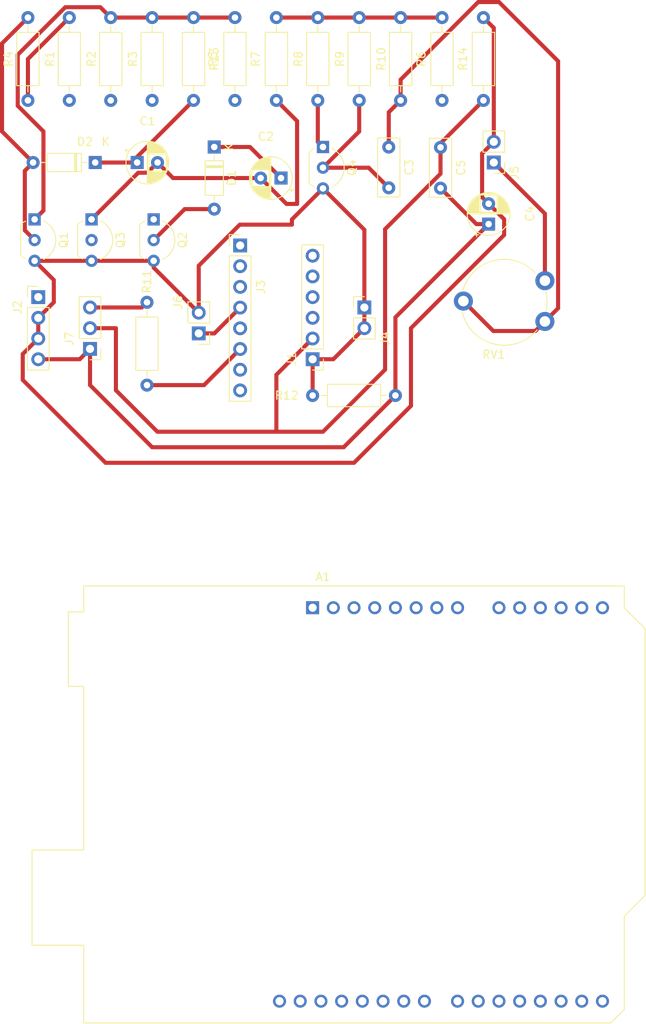
<source format=kicad_pcb>
(kicad_pcb (version 20221018) (generator pcbnew)
  (layers (0 "F.Cu" signal) (31 "B.Cu" signal) (34 "B.Paste" user) (35 "F.Paste" user) (36 "B.SilkS" user "B.Silkscreen") (37 "F.SilkS" user "F.Silkscreen") (38 "B.Mask" user) (39 "F.Mask" user) (44 "Edge.Cuts" user))
  (net 0 "")
  (net 1 "Net-(D2-K)")
  (net 2 "Net-(Q3-C)")
  (net 3 "Net-(D1-K)")
  (net 4 "Net-(C3-Pad1)")
  (net 5 "Net-(Q4-B)")
  (net 6 "VCC")
  (net 7 "GND")
  (net 8 "Net-(J1-Pin_2)")
  (net 9 "Net-(D1-A)")
  (net 10 "Net-(D2-A)")
  (net 11 "Micro")
  (net 12 "Taste")
  (net 13 "Net-(Q2-C)")
  (net 14 "Net-(Q1-C)")
  (net 15 "Net-(Q3-B)")
  (net 16 "Net-(Q4-C)")
  (net 17 "Net-(J7-Pin_3)")
  (net 18 "Net-(J3-Pin_6)")
  (net 19 "DI6")
  (footprint "Potentiometer_THT:Potentiometer_Piher_PT-10-V10_Vertical_Hole" (layer "F.Cu") (at 146.605 97.045 180)
    (fp_text reference "RV1" (at 6.27 -9.05) (layer "F.SilkS"))
    (fp_text value "10k")
    (pad "" np_thru_hole circle (at 5 -2.65 180) (size 4 4) (drill 4) (layers "*.Cu" "*.Mask"))
    (pad "1" thru_hole circle (at 0 0 180) (size 2.34 2.34) (drill 1.3) (layers "*.Cu" "*.Mask") (net 11 "Micro"))
    (pad "2" thru_hole circle (at 10 -2.5 180) (size 2.34 2.34) (drill 1.3) (layers "*.Cu" "*.Mask") (net 4 "Net-(C3-Pad1)"))
    (pad "3" thru_hole circle (at 0 -5 180) (size 2.34 2.34) (drill 1.3) (layers "*.Cu" "*.Mask") (net 4 "Net-(C3-Pad1)"))
  )
  (footprint "Resistor_THT:R_Axial_DIN0207_L6.3mm_D2.5mm_P10.16mm_Horizontal" (layer "F.Cu") (at 88.265 74.93 90)
    (fp_text reference "R1" (at 5.08 -2.37 90) (layer "F.SilkS"))
    (fp_text value "1k")
    (pad "1" thru_hole circle (at 0 0 90) (size 1.6 1.6) (drill 0.8) (layers "*.Cu" "*.Mask") (net 6 "VCC"))
    (pad "2" thru_hole oval (at 10.16 0 90) (size 1.6 1.6) (drill 0.8) (layers "*.Cu" "*.Mask") (net 13 "Net-(Q2-C)"))
  )
  (footprint "Resistor_THT:R_Axial_DIN0207_L6.3mm_D2.5mm_P10.16mm_Horizontal" (layer "F.Cu") (at 97.79 99.695 -90)
    (fp_text reference "R11" (at -2.54 0 90) (layer "F.SilkS"))
    (fp_text value "470")
    (pad "1" thru_hole circle (at 0 0 270) (size 1.6 1.6) (drill 0.8) (layers "*.Cu" "*.Mask") (net 17 "Net-(J7-Pin_3)"))
    (pad "2" thru_hole oval (at 10.16 0 270) (size 1.6 1.6) (drill 0.8) (layers "*.Cu" "*.Mask") (net 18 "Net-(J3-Pin_6)"))
  )
  (footprint "Resistor_THT:R_Axial_DIN0207_L6.3mm_D2.5mm_P10.16mm_Horizontal" (layer "F.Cu") (at 108.585 64.77 -90)
    (fp_text reference "R13" (at 5.08 2.54 90) (layer "F.SilkS"))
    (fp_text value "470")
    (pad "1" thru_hole circle (at 0 0 270) (size 1.6 1.6) (drill 0.8) (layers "*.Cu" "*.Mask") (net 14 "Net-(Q1-C)"))
    (pad "2" thru_hole oval (at 10.16 0 270) (size 1.6 1.6) (drill 0.8) (layers "*.Cu" "*.Mask") (net 19 "DI6"))
  )
  (footprint "Resistor_THT:R_Axial_DIN0207_L6.3mm_D2.5mm_P10.16mm_Horizontal" (layer "F.Cu") (at 103.505 64.77 -90)
    (fp_text reference "R5" (at 5.08 -2.37 90) (layer "F.SilkS"))
    (fp_text value "1k")
    (pad "1" thru_hole circle (at 0 0 270) (size 1.6 1.6) (drill 0.8) (layers "*.Cu" "*.Mask") (net 14 "Net-(Q1-C)"))
    (pad "2" thru_hole oval (at 10.16 0 270) (size 1.6 1.6) (drill 0.8) (layers "*.Cu" "*.Mask") (net 1 "Net-(D2-K)"))
  )
  (footprint "Connector_PinHeader_2.54mm:PinHeader_1x03_P2.54mm_Vertical" (layer "F.Cu") (at 90.805 105.41 180)
    (fp_text reference "J7" (at 2.54 1.255 90) (layer "F.SilkS"))
    (fp_text value "03")
    (pad "1" thru_hole rect (at 0 0 180) (size 1.7 1.7) (drill 1) (layers "*.Cu" "*.Mask") (net 6 "VCC"))
    (pad "2" thru_hole oval (at 0 2.54 180) (size 1.7 1.7) (drill 1) (layers "*.Cu" "*.Mask") (net 8 "Net-(J1-Pin_2)"))
    (pad "3" thru_hole oval (at 0 5.08 180) (size 1.7 1.7) (drill 1) (layers "*.Cu" "*.Mask") (net 17 "Net-(J7-Pin_3)"))
  )
  (footprint "Diode_THT:D_DO-35_SOD27_P7.62mm_Horizontal" (layer "F.Cu") (at 106.045 80.645 -90)
    (fp_text reference "D1" (at 3.81 -2.12 -270) (layer "F.SilkS"))
    (fp_text value "1N4148")
    (fp_text user "K" (at 0 -1.8 -270) (layer "F.SilkS"))
    (pad "1" thru_hole rect (at 0 0 270) (size 1.6 1.6) (drill 0.8) (layers "*.Cu" "*.Mask") (net 3 "Net-(D1-K)"))
    (pad "2" thru_hole oval (at 7.62 0 270) (size 1.6 1.6) (drill 0.8) (layers "*.Cu" "*.Mask") (net 9 "Net-(D1-A)"))
  )
  (footprint "Resistor_THT:R_Axial_DIN0207_L6.3mm_D2.5mm_P10.16mm_Horizontal" (layer "F.Cu") (at 93.345 74.93 90)
    (fp_text reference "R2" (at 5.08 -2.37 90) (layer "F.SilkS"))
    (fp_text value "1k")
    (pad "1" thru_hole circle (at 0 0 90) (size 1.6 1.6) (drill 0.8) (layers "*.Cu" "*.Mask") (net 6 "VCC"))
    (pad "2" thru_hole oval (at 10.16 0 90) (size 1.6 1.6) (drill 0.8) (layers "*.Cu" "*.Mask") (net 14 "Net-(Q1-C)"))
  )
  (footprint "Package_TO_SOT_THT:TO-92L_Inline_Wide" (layer "F.Cu") (at 84.005 89.525 -90)
    (fp_text reference "Q1" (at 2.54 -3.56 90) (layer "F.SilkS"))
    (fp_text value "BC547")
    (pad "1" thru_hole rect (at 0 0 270) (size 1.5 1.5) (drill 0.8) (layers "*.Cu" "*.Mask") (net 14 "Net-(Q1-C)"))
    (pad "2" thru_hole circle (at 2.54 0 270) (size 1.5 1.5) (drill 0.8) (layers "*.Cu" "*.Mask") (net 10 "Net-(D2-A)"))
    (pad "3" thru_hole circle (at 5.08 0 270) (size 1.5 1.5) (drill 0.8) (layers "*.Cu" "*.Mask") (net 7 "GND"))
  )
  (footprint "Capacitor_THT:CP_Radial_D5.0mm_P2.50mm" (layer "F.Cu") (at 96.584888 82.55)
    (fp_text reference "C1" (at 1.27 -5.08) (layer "F.SilkS"))
    (fp_text value "47μF")
    (pad "1" thru_hole rect (at 0 0) (size 1.6 1.6) (drill 0.8) (layers "*.Cu" "*.Mask") (net 1 "Net-(D2-K)"))
    (pad "2" thru_hole circle (at 2.5 0) (size 1.6 1.6) (drill 0.8) (layers "*.Cu" "*.Mask") (net 2 "Net-(Q3-C)"))
  )
  (footprint "Package_TO_SOT_THT:TO-92L_Inline_Wide" (layer "F.Cu") (at 90.99 89.525 -90)
    (fp_text reference "Q3" (at 2.54 -3.56 90) (layer "F.SilkS"))
    (fp_text value "BC547")
    (pad "1" thru_hole rect (at 0 0 270) (size 1.5 1.5) (drill 0.8) (layers "*.Cu" "*.Mask") (net 2 "Net-(Q3-C)"))
    (pad "2" thru_hole circle (at 2.54 0 270) (size 1.5 1.5) (drill 0.8) (layers "*.Cu" "*.Mask") (net 15 "Net-(Q3-B)"))
    (pad "3" thru_hole circle (at 5.08 0 270) (size 1.5 1.5) (drill 0.8) (layers "*.Cu" "*.Mask") (net 7 "GND"))
  )
  (footprint "Connector_PinHeader_2.54mm:PinHeader_1x02_P2.54mm_Vertical" (layer "F.Cu") (at 140.335 82.55 180)
    (fp_text reference "J5" (at -2.54 -1.27 90) (layer "F.SilkS"))
    (fp_text value "Micro")
    (pad "1" thru_hole rect (at 0 0 180) (size 1.7 1.7) (drill 1) (layers "*.Cu" "*.Mask") (net 11 "Micro"))
    (pad "2" thru_hole oval (at 0 2.54 180) (size 1.7 1.7) (drill 1) (layers "*.Cu" "*.Mask") (net 7 "GND"))
  )
  (footprint "Resistor_THT:R_Axial_DIN0207_L6.3mm_D2.5mm_P10.16mm_Horizontal" (layer "F.Cu") (at 139.065 64.77 -90)
    (fp_text reference "R14" (at 5.08 2.54 90) (layer "F.SilkS"))
    (fp_text value "0,22")
    (pad "1" thru_hole circle (at 0 0 270) (size 1.6 1.6) (drill 0.8) (layers "*.Cu" "*.Mask") (net 7 "GND"))
    (pad "2" thru_hole oval (at 10.16 0 270) (size 1.6 1.6) (drill 0.8) (layers "*.Cu" "*.Mask") (net 8 "Net-(J1-Pin_2)"))
  )
  (footprint "Diode_THT:D_DO-35_SOD27_P7.62mm_Horizontal" (layer "F.Cu") (at 91.44 82.55 180)
    (fp_text reference "D2" (at 1.27 2.54) (layer "F.SilkS"))
    (fp_text value "1N4148")
    (fp_text user "K" (at -1.27 2.54) (layer "F.SilkS"))
    (pad "1" thru_hole rect (at 0 0 180) (size 1.6 1.6) (drill 0.8) (layers "*.Cu" "*.Mask") (net 1 "Net-(D2-K)"))
    (pad "2" thru_hole oval (at 7.62 0 180) (size 1.6 1.6) (drill 0.8) (layers "*.Cu" "*.Mask") (net 10 "Net-(D2-A)"))
  )
  (footprint "Connector_PinHeader_2.54mm:PinHeader_1x08_P2.54mm_Vertical" (layer "F.Cu") (at 109.22 92.725)
    (fp_text reference "J3" (at 2.54 5.08 90) (layer "F.SilkS"))
    (fp_text value "DIGITAL")
    (pad "1" thru_hole rect (at 0 0) (size 1.7 1.7) (drill 1) (layers "*.Cu" "*.Mask"))
    (pad "2" thru_hole oval (at 0 2.54) (size 1.7 1.7) (drill 1) (layers "*.Cu" "*.Mask"))
    (pad "3" thru_hole oval (at 0 5.08) (size 1.7 1.7) (drill 1) (layers "*.Cu" "*.Mask"))
    (pad "4" thru_hole oval (at 0 7.62) (size 1.7 1.7) (drill 1) (layers "*.Cu" "*.Mask") (net 12 "Taste"))
    (pad "5" thru_hole oval (at 0 10.16) (size 1.7 1.7) (drill 1) (layers "*.Cu" "*.Mask") (net 19 "DI6"))
    (pad "6" thru_hole oval (at 0 12.7) (size 1.7 1.7) (drill 1) (layers "*.Cu" "*.Mask") (net 18 "Net-(J3-Pin_6)"))
    (pad "7" thru_hole oval (at 0 15.24) (size 1.7 1.7) (drill 1) (layers "*.Cu" "*.Mask"))
    (pad "8" thru_hole oval (at 0 17.78) (size 1.7 1.7) (drill 1) (layers "*.Cu" "*.Mask"))
  )
  (footprint "Connector_PinHeader_2.54mm:PinHeader_1x02_P2.54mm_Vertical" (layer "F.Cu") (at 124.46 100.33)
    (fp_text reference "J4" (at 2.54 3.81 90) (layer "F.SilkS"))
    (fp_text value "LDR")
    (pad "1" thru_hole rect (at 0 0) (size 1.7 1.7) (drill 1) (layers "*.Cu" "*.Mask") (net 7 "GND"))
    (pad "2" thru_hole oval (at 0 2.54) (size 1.7 1.7) (drill 1) (layers "*.Cu" "*.Mask") (net 7 "GND"))
  )
  (footprint "Package_TO_SOT_THT:TO-92L_Inline_Wide" (layer "F.Cu") (at 119.38 80.645 -90)
    (fp_text reference "Q4" (at 2.54 -3.56 90) (layer "F.SilkS"))
    (fp_text value "BC547")
    (pad "1" thru_hole rect (at 0 0 270) (size 1.5 1.5) (drill 0.8) (layers "*.Cu" "*.Mask") (net 16 "Net-(Q4-C)"))
    (pad "2" thru_hole circle (at 2.54 0 270) (size 1.5 1.5) (drill 0.8) (layers "*.Cu" "*.Mask") (net 5 "Net-(Q4-B)"))
    (pad "3" thru_hole circle (at 5.08 0 270) (size 1.5 1.5) (drill 0.8) (layers "*.Cu" "*.Mask") (net 7 "GND"))
  )
  (footprint "Connector_PinHeader_2.54mm:PinHeader_1x04_P2.54mm_Vertical" (layer "F.Cu") (at 84.455 99.06)
    (fp_text reference "J2" (at -2.54 1.27 90) (layer "F.SilkS"))
    (fp_text value "Power")
    (pad "1" thru_hole rect (at 0 0) (size 1.7 1.7) (drill 1) (layers "*.Cu" "*.Mask"))
    (pad "2" thru_hole oval (at 0 2.54) (size 1.7 1.7) (drill 1) (layers "*.Cu" "*.Mask") (net 7 "GND"))
    (pad "3" thru_hole oval (at 0 5.08) (size 1.7 1.7) (drill 1) (layers "*.Cu" "*.Mask") (net 7 "GND"))
    (pad "4" thru_hole oval (at 0 7.62) (size 1.7 1.7) (drill 1) (layers "*.Cu" "*.Mask") (net 6 "VCC"))
  )
  (footprint "Connector_PinHeader_2.54mm:PinHeader_1x06_P2.54mm_Vertical" (layer "F.Cu") (at 118.11 106.68 180)
    (fp_text reference "J1" (at 2.54 0 90) (layer "F.SilkS"))
    (fp_text value "Analog IN")
    (pad "1" thru_hole rect (at 0 0 180) (size 1.7 1.7) (drill 1) (layers "*.Cu" "*.Mask") (net 7 "GND"))
    (pad "2" thru_hole oval (at 0 2.54 180) (size 1.7 1.7) (drill 1) (layers "*.Cu" "*.Mask") (net 8 "Net-(J1-Pin_2)"))
    (pad "3" thru_hole oval (at 0 5.08 180) (size 1.7 1.7) (drill 1) (layers "*.Cu" "*.Mask"))
    (pad "4" thru_hole oval (at 0 7.62 180) (size 1.7 1.7) (drill 1) (layers "*.Cu" "*.Mask"))
    (pad "5" thru_hole oval (at 0 10.16 180) (size 1.7 1.7) (drill 1) (layers "*.Cu" "*.Mask"))
    (pad "6" thru_hole oval (at 0 12.7 180) (size 1.7 1.7) (drill 1) (layers "*.Cu" "*.Mask"))
  )
  (footprint "Resistor_THT:R_Axial_DIN0207_L6.3mm_D2.5mm_P10.16mm_Horizontal" (layer "F.Cu") (at 118.745 74.93 90)
    (fp_text reference "R8" (at 5.08 -2.37 90) (layer "F.SilkS"))
    (fp_text value "4k7")
    (pad "1" thru_hole circle (at 0 0 90) (size 1.6 1.6) (drill 0.8) (layers "*.Cu" "*.Mask") (net 16 "Net-(Q4-C)"))
    (pad "2" thru_hole oval (at 10.16 0 90) (size 1.6 1.6) (drill 0.8) (layers "*.Cu" "*.Mask") (net 15 "Net-(Q3-B)"))
  )
  (footprint "Capacitor_THT:C_Disc_D7.0mm_W2.5mm_P5.00mm" (layer "F.Cu") (at 127.45 80.655 -90)
    (fp_text reference "C3" (at 2.5 -2.5 -270) (layer "F.SilkS"))
    (fp_text value "100NF")
    (pad "1" thru_hole circle (at 0 0 270) (size 1.6 1.6) (drill 0.8) (layers "*.Cu" "*.Mask") (net 4 "Net-(C3-Pad1)"))
    (pad "2" thru_hole circle (at 5 0 270) (size 1.6 1.6) (drill 0.8) (layers "*.Cu" "*.Mask") (net 5 "Net-(Q4-B)"))
  )
  (footprint "Capacitor_THT:CP_Radial_D5.0mm_P2.50mm" (layer "F.Cu") (at 139.7 90.105113 90)
    (fp_text reference "C4" (at 1.27 5.08 270) (layer "F.SilkS"))
    (fp_text value "47μF")
    (pad "1" thru_hole rect (at 0 0 90) (size 1.6 1.6) (drill 0.8) (layers "*.Cu" "*.Mask") (net 6 "VCC"))
    (pad "2" thru_hole circle (at 2.5 0 90) (size 1.6 1.6) (drill 0.8) (layers "*.Cu" "*.Mask") (net 7 "GND"))
  )
  (footprint "Module:Arduino_UNO_R2" (layer "F.Cu") (at 118.11 137.16)
    (fp_text reference "A1" (at 1.27 -3.81 180) (layer "F.SilkS"))
    (fp_text value "Arduino_UNO_R2")
    (pad "1" thru_hole rect (at 0 0 90) (size 1.6 1.6) (drill 1) (layers "*.Cu" "*.Mask"))
    (pad "2" thru_hole oval (at 2.54 0 90) (size 1.6 1.6) (drill 1) (layers "*.Cu" "*.Mask"))
    (pad "3" thru_hole oval (at 5.08 0 90) (size 1.6 1.6) (drill 1) (layers "*.Cu" "*.Mask"))
    (pad "4" thru_hole oval (at 7.62 0 90) (size 1.6 1.6) (drill 1) (layers "*.Cu" "*.Mask"))
    (pad "5" thru_hole oval (at 10.16 0 90) (size 1.6 1.6) (drill 1) (layers "*.Cu" "*.Mask"))
    (pad "6" thru_hole oval (at 12.7 0 90) (size 1.6 1.6) (drill 1) (layers "*.Cu" "*.Mask"))
    (pad "7" thru_hole oval (at 15.24 0 90) (size 1.6 1.6) (drill 1) (layers "*.Cu" "*.Mask"))
    (pad "8" thru_hole oval (at 17.78 0 90) (size 1.6 1.6) (drill 1) (layers "*.Cu" "*.Mask"))
    (pad "9" thru_hole oval (at 22.86 0 90) (size 1.6 1.6) (drill 1) (layers "*.Cu" "*.Mask"))
    (pad "10" thru_hole oval (at 25.4 0 90) (size 1.6 1.6) (drill 1) (layers "*.Cu" "*.Mask"))
    (pad "11" thru_hole oval (at 27.94 0 90) (size 1.6 1.6) (drill 1) (layers "*.Cu" "*.Mask"))
    (pad "12" thru_hole oval (at 30.48 0 90) (size 1.6 1.6) (drill 1) (layers "*.Cu" "*.Mask"))
    (pad "13" thru_hole oval (at 33.02 0 90) (size 1.6 1.6) (drill 1) (layers "*.Cu" "*.Mask"))
    (pad "14" thru_hole oval (at 35.56 0 90) (size 1.6 1.6) (drill 1) (layers "*.Cu" "*.Mask"))
    (pad "15" thru_hole oval (at 35.56 48.26 90) (size 1.6 1.6) (drill 1) (layers "*.Cu" "*.Mask"))
    (pad "16" thru_hole oval (at 33.02 48.26 90) (size 1.6 1.6) (drill 1) (layers "*.Cu" "*.Mask"))
    (pad "17" thru_hole oval (at 30.48 48.26 90) (size 1.6 1.6) (drill 1) (layers "*.Cu" "*.Mask"))
    (pad "18" thru_hole oval (at 27.94 48.26 90) (size 1.6 1.6) (drill 1) (layers "*.Cu" "*.Mask"))
    (pad "19" thru_hole oval (at 25.4 48.26 90) (size 1.6 1.6) (drill 1) (layers "*.Cu" "*.Mask"))
    (pad "20" thru_hole oval (at 22.86 48.26 90) (size 1.6 1.6) (drill 1) (layers "*.Cu" "*.Mask"))
    (pad "21" thru_hole oval (at 20.32 48.26 90) (size 1.6 1.6) (drill 1) (layers "*.Cu" "*.Mask"))
    (pad "22" thru_hole oval (at 17.78 48.26 90) (size 1.6 1.6) (drill 1) (layers "*.Cu" "*.Mask"))
    (pad "23" thru_hole oval (at 13.72 48.26 90) (size 1.6 1.6) (drill 1) (layers "*.Cu" "*.Mask"))
    (pad "24" thru_hole oval (at 11.18 48.26 90) (size 1.6 1.6) (drill 1) (layers "*.Cu" "*.Mask"))
    (pad "25" thru_hole oval (at 8.64 48.26 90) (size 1.6 1.6) (drill 1) (layers "*.Cu" "*.Mask"))
    (pad "26" thru_hole oval (at 6.1 48.26 90) (size 1.6 1.6) (drill 1) (layers "*.Cu" "*.Mask"))
    (pad "27" thru_hole oval (at 3.56 48.26 90) (size 1.6 1.6) (drill 1) (layers "*.Cu" "*.Mask"))
    (pad "28" thru_hole oval (at 1.02 48.26 90) (size 1.6 1.6) (drill 1) (layers "*.Cu" "*.Mask"))
    (pad "29" thru_hole oval (at -1.52 48.26 90) (size 1.6 1.6) (drill 1) (layers "*.Cu" "*.Mask"))
    (pad "30" thru_hole oval (at -4.06 48.26 90) (size 1.6 1.6) (drill 1) (layers "*.Cu" "*.Mask"))
  )
  (footprint "Package_TO_SOT_THT:TO-92L_Inline_Wide" (layer "F.Cu") (at 98.61 89.525 -90)
    (fp_text reference "Q2" (at 2.54 -3.56 90) (layer "F.SilkS"))
    (fp_text value "BC547")
    (pad "1" thru_hole rect (at 0 0 270) (size 1.5 1.5) (drill 0.8) (layers "*.Cu" "*.Mask") (net 13 "Net-(Q2-C)"))
    (pad "2" thru_hole circle (at 2.54 0 270) (size 1.5 1.5) (drill 0.8) (layers "*.Cu" "*.Mask") (net 9 "Net-(D1-A)"))
    (pad "3" thru_hole circle (at 5.08 0 270) (size 1.5 1.5) (drill 0.8) (layers "*.Cu" "*.Mask") (net 7 "GND"))
  )
  (footprint "Resistor_THT:R_Axial_DIN0207_L6.3mm_D2.5mm_P10.16mm_Horizontal" (layer "F.Cu") (at 83.185 74.93 90)
    (fp_text reference "R4" (at 5.08 -2.37 90) (layer "F.SilkS"))
    (fp_text value "22k")
    (pad "1" thru_hole circle (at 0 0 90) (size 1.6 1.6) (drill 0.8) (layers "*.Cu" "*.Mask") (net 13 "Net-(Q2-C)"))
    (pad "2" thru_hole oval (at 10.16 0 90) (size 1.6 1.6) (drill 0.8) (layers "*.Cu" "*.Mask") (net 10 "Net-(D2-A)"))
  )
  (footprint "Capacitor_THT:CP_Radial_D5.0mm_P2.50mm" (layer "F.Cu") (at 114.235113 84.455 180)
    (fp_text reference "C2" (at 1.865 5.08) (layer "F.SilkS"))
    (fp_text value "47μF")
    (pad "1" thru_hole rect (at 0 0 180) (size 1.6 1.6) (drill 0.8) (layers "*.Cu" "*.Mask") (net 3 "Net-(D1-K)"))
    (pad "2" thru_hole circle (at 2.5 0 180) (size 1.6 1.6) (drill 0.8) (layers "*.Cu" "*.Mask") (net 2 "Net-(Q3-C)"))
  )
  (footprint "Resistor_THT:R_Axial_DIN0207_L6.3mm_D2.5mm_P10.16mm_Horizontal" (layer "F.Cu") (at 123.825 74.93 90)
    (fp_text reference "R9" (at 5.08 -2.37 90) (layer "F.SilkS"))
    (fp_text value "160k")
    (pad "1" thru_hole circle (at 0 0 90) (size 1.6 1.6) (drill 0.8) (layers "*.Cu" "*.Mask") (net 5 "Net-(Q4-B)"))
    (pad "2" thru_hole oval (at 10.16 0 90) (size 1.6 1.6) (drill 0.8) (layers "*.Cu" "*.Mask") (net 15 "Net-(Q3-B)"))
  )
  (footprint "Connector_PinHeader_2.54mm:PinHeader_1x02_P2.54mm_Vertical" (layer "F.Cu") (at 104.14 103.51 180)
    (fp_text reference "J6" (at 2.54 3.81 90) (layer "F.SilkS"))
    (fp_text value "Taste")
    (pad "1" thru_hole rect (at 0 0 180) (size 1.7 1.7) (drill 1) (layers "*.Cu" "*.Mask") (net 12 "Taste"))
    (pad "2" thru_hole oval (at 0 2.54 180) (size 1.7 1.7) (drill 1) (layers "*.Cu" "*.Mask") (net 7 "GND"))
  )
  (footprint "Resistor_THT:R_Axial_DIN0207_L6.3mm_D2.5mm_P10.16mm_Horizontal" (layer "F.Cu") (at 98.425 74.93 90)
    (fp_text reference "R3" (at 5.08 -2.37 90) (layer "F.SilkS"))
    (fp_text value "22k")
    (pad "1" thru_hole circle (at 0 0 90) (size 1.6 1.6) (drill 0.8) (layers "*.Cu" "*.Mask") (net 9 "Net-(D1-A)"))
    (pad "2" thru_hole oval (at 10.16 0 90) (size 1.6 1.6) (drill 0.8) (layers "*.Cu" "*.Mask") (net 14 "Net-(Q1-C)"))
  )
  (footprint "Resistor_THT:R_Axial_DIN0207_L6.3mm_D2.5mm_P10.16mm_Horizontal" (layer "F.Cu") (at 128.27 111.125 180)
    (fp_text reference "R12" (at 13.335 0) (layer "F.SilkS"))
    (fp_text value "10k")
    (pad "1" thru_hole circle (at 0 0 180) (size 1.6 1.6) (drill 0.8) (layers "*.Cu" "*.Mask") (net 6 "VCC"))
    (pad "2" thru_hole oval (at 10.16 0 180) (size 1.6 1.6) (drill 0.8) (layers "*.Cu" "*.Mask") (net 7 "GND"))
  )
  (footprint "Resistor_THT:R_Axial_DIN0207_L6.3mm_D2.5mm_P10.16mm_Horizontal" (layer "F.Cu") (at 133.985 74.93 90)
    (fp_text reference "R6" (at 5.08 -2.54 90) (layer "F.SilkS"))
    (fp_text value "1k")
    (pad "1" thru_hole circle (at 0 0 90) (size 1.6 1.6) (drill 0.8) (layers "*.Cu" "*.Mask") (net 13 "Net-(Q2-C)"))
    (pad "2" thru_hole oval (at 10.16 0 90) (size 1.6 1.6) (drill 0.8) (layers "*.Cu" "*.Mask") (net 15 "Net-(Q3-B)"))
  )
  (footprint "Capacitor_THT:C_Disc_D7.0mm_W2.5mm_P5.00mm" (layer "F.Cu") (at 133.8 80.695 -90)
    (fp_text reference "C5" (at 2.5 -2.5 90) (layer "F.SilkS"))
    (fp_text value "100NF")
    (pad "1" thru_hole circle (at 0 0 270) (size 1.6 1.6) (drill 0.8) (layers "*.Cu" "*.Mask") (net 8 "Net-(J1-Pin_2)"))
    (pad "2" thru_hole circle (at 5 0 270) (size 1.6 1.6) (drill 0.8) (layers "*.Cu" "*.Mask") (net 6 "VCC"))
  )
  (footprint "Resistor_THT:R_Axial_DIN0207_L6.3mm_D2.5mm_P10.16mm_Horizontal" (layer "F.Cu") (at 113.665 64.77 -90)
    (fp_text reference "R7" (at 5.08 2.54 90) (layer "F.SilkS"))
    (fp_text value "10k")
    (pad "1" thru_hole circle (at 0 0 270) (size 1.6 1.6) (drill 0.8) (layers "*.Cu" "*.Mask") (net 15 "Net-(Q3-B)"))
    (pad "2" thru_hole oval (at 10.16 0 270) (size 1.6 1.6) (drill 0.8) (layers "*.Cu" "*.Mask") (net 2 "Net-(Q3-C)"))
  )
  (footprint "Resistor_THT:R_Axial_DIN0207_L6.3mm_D2.5mm_P10.16mm_Horizontal" (layer "F.Cu") (at 128.905 74.93 90)
    (fp_text reference "R10" (at 5.08 -2.37 90) (layer "F.SilkS"))
    (fp_text value "10k")
    (pad "1" thru_hole circle (at 0 0 90) (size 1.6 1.6) (drill 0.8) (layers "*.Cu" "*.Mask") (net 4 "Net-(C3-Pad1)"))
    (pad "2" thru_hole oval (at 10.16 0 90) (size 1.6 1.6) (drill 0.8) (layers "*.Cu" "*.Mask") (net 15 "Net-(Q3-B)"))
  )
  (segment (start 96.584888 82.55) (end 96.584888 81.850112) (width 0.5) (layer "F.Cu") (net 1))
  (segment (start 91.44 82.55) (end 96.584888 82.55) (width 0.5) (layer "F.Cu") (net 1))
  (segment (start 96.584888 81.850112) (end 103.505 74.93) (width 0.5) (layer "F.Cu") (net 1))
  (segment (start 116.205 77.47) (end 116.205 87.63) (width 0.5) (layer "F.Cu") (net 2))
  (segment (start 96.715 83.8) (end 97.834888 83.8) (width 0.5) (layer "F.Cu") (net 2))
  (segment (start 111.735113 84.455) (end 100.989888 84.455) (width 0.5) (layer "F.Cu") (net 2))
  (segment (start 97.834888 83.8) (end 99.084888 82.55) (width 0.5) (layer "F.Cu") (net 2))
  (segment (start 100.989888 84.455) (end 99.084888 82.55) (width 0.5) (layer "F.Cu") (net 2))
  (segment (start 116.205 87.63) (end 114.910113 87.63) (width 0.5) (layer "F.Cu") (net 2))
  (segment (start 90.99 89.525) (end 96.715 83.8) (width 0.5) (layer "F.Cu") (net 2))
  (segment (start 113.665 74.93) (end 116.205 77.47) (width 0.5) (layer "F.Cu") (net 2))
  (segment (start 114.910113 87.63) (end 111.735113 84.455) (width 0.5) (layer "F.Cu") (net 2))
  (segment (start 106.045 80.645) (end 110.425113 80.645) (width 0.5) (layer "F.Cu") (net 3))
  (segment (start 110.425113 80.645) (end 114.235113 84.455) (width 0.5) (layer "F.Cu") (net 3))
  (segment (start 127.45 80.655) (end 127.45 76.385) (width 0.5) (layer "F.Cu") (net 4))
  (segment (start 140.274999 103.214999) (end 136.605 99.545) (width 0.5) (layer "F.Cu") (net 4))
  (segment (start 146.605 102.045) (end 145.435001 103.214999) (width 0.5) (layer "F.Cu") (net 4))
  (segment (start 127.45 76.385) (end 128.905 74.93) (width 0.5) (layer "F.Cu") (net 4))
  (segment (start 140.97 62.865) (end 148.225 70.12) (width 0.5) (layer "F.Cu") (net 4))
  (segment (start 128.905 74.93) (end 128.905 72.39) (width 0.5) (layer "F.Cu") (net 4))
  (segment (start 148.225 100.425) (end 146.605 102.045) (width 0.5) (layer "F.Cu") (net 4))
  (segment (start 145.435001 103.214999) (end 140.274999 103.214999) (width 0.5) (layer "F.Cu") (net 4))
  (segment (start 128.905 72.39) (end 138.43 62.865) (width 0.5) (layer "F.Cu") (net 4))
  (segment (start 138.43 62.865) (end 140.97 62.865) (width 0.5) (layer "F.Cu") (net 4))
  (segment (start 148.225 70.12) (end 148.225 100.425) (width 0.5) (layer "F.Cu") (net 4))
  (segment (start 124.98 83.185) (end 127.45 85.655) (width 0.5) (layer "F.Cu") (net 5))
  (segment (start 119.38 83.185) (end 124.98 83.185) (width 0.5) (layer "F.Cu") (net 5))
  (segment (start 123.825 78.74) (end 123.825 74.93) (width 0.5) (layer "F.Cu") (net 5))
  (segment (start 119.38 83.185) (end 123.825 78.74) (width 0.5) (layer "F.Cu") (net 5))
  (segment (start 128.27 111.125) (end 128.27 101.535113) (width 0.5) (layer "F.Cu") (net 6))
  (segment (start 98.425 117.475) (end 90.805 109.855) (width 0.5) (layer "F.Cu") (net 6))
  (segment (start 128.27 111.125) (end 121.92 117.475) (width 0.5) (layer "F.Cu") (net 6))
  (segment (start 139.7 90.105113) (end 138.210113 90.105113) (width 0.5) (layer "F.Cu") (net 6))
  (segment (start 138.210113 90.105113) (end 133.8 85.695) (width 0.5) (layer "F.Cu") (net 6))
  (segment (start 90.805 109.855) (end 90.805 105.41) (width 0.5) (layer "F.Cu") (net 6))
  (segment (start 84.455 106.68) (end 89.535 106.68) (width 0.5) (layer "F.Cu") (net 6))
  (segment (start 89.535 106.68) (end 90.805 105.41) (width 0.5) (layer "F.Cu") (net 6))
  (segment (start 128.27 101.535113) (end 139.7 90.105113) (width 0.5) (layer "F.Cu") (net 6))
  (segment (start 121.92 117.475) (end 98.425 117.475) (width 0.5) (layer "F.Cu") (net 6))
  (segment (start 86.36 99.695) (end 86.36 96.96) (width 0.5) (layer "F.Cu") (net 7))
  (segment (start 141.605 91.44) (end 130.175 102.87) (width 0.5) (layer "F.Cu") (net 7))
  (segment (start 104.14 100.97) (end 104.14 95.205) (width 0.5) (layer "F.Cu") (net 7))
  (segment (start 90.99 94.605) (end 98.61 94.605) (width 0.5) (layer "F.Cu") (net 7))
  (segment (start 84.455 101.6) (end 86.36 99.695) (width 0.5) (layer "F.Cu") (net 7))
  (segment (start 139.7 87.605113) (end 138.900001 86.805114) (width 0.5) (layer "F.Cu") (net 7))
  (segment (start 118.11 111.125) (end 118.11 106.68) (width 0.5) (layer "F.Cu") (net 7))
  (segment (start 98.61 95.44) (end 98.61 94.605) (width 0.5) (layer "F.Cu") (net 7))
  (segment (start 84.455 101.6) (end 84.455 104.14) (width 0.5) (layer "F.Cu") (net 7))
  (segment (start 92.71 119.38) (end 82.55 109.22) (width 0.5) (layer "F.Cu") (net 7))
  (segment (start 123.19 119.38) (end 92.71 119.38) (width 0.5) (layer "F.Cu") (net 7))
  (segment (start 141.605 89.510113) (end 141.605 91.44) (width 0.5) (layer "F.Cu") (net 7))
  (segment (start 130.175 102.87) (end 130.175 112.395) (width 0.5) (layer "F.Cu") (net 7))
  (segment (start 115.57 89.535) (end 119.38 85.725) (width 0.5) (layer "F.Cu") (net 7))
  (segment (start 90.99 94.605) (end 84.005 94.605) (width 0.5) (layer "F.Cu") (net 7))
  (segment (start 124.46 90.805) (end 119.38 85.725) (width 0.5) (layer "F.Cu") (net 7))
  (segment (start 139.7 87.605113) (end 141.605 89.510113) (width 0.5) (layer "F.Cu") (net 7))
  (segment (start 109.175 90.17) (end 115.57 90.17) (width 0.5) (layer "F.Cu") (net 7))
  (segment (start 124.46 100.33) (end 124.46 90.805) (width 0.5) (layer "F.Cu") (net 7))
  (segment (start 140.335 66.04) (end 140.335 80.01) (width 0.5) (layer "F.Cu") (net 7))
  (segment (start 82.55 109.22) (end 82.55 106.045) (width 0.5) (layer "F.Cu") (net 7))
  (segment (start 82.55 106.045) (end 84.455 104.14) (width 0.5) (layer "F.Cu") (net 7))
  (segment (start 118.11 106.68) (end 120.65 106.68) (width 0.5) (layer "F.Cu") (net 7))
  (segment (start 104.14 95.205) (end 109.175 90.17) (width 0.5) (layer "F.Cu") (net 7))
  (segment (start 138.900001 81.444999) (end 140.335 80.01) (width 0.5) (layer "F.Cu") (net 7))
  (segment (start 115.57 90.17) (end 115.57 89.535) (width 0.5) (layer "F.Cu") (net 7))
  (segment (start 86.36 96.96) (end 84.005 94.605) (width 0.5) (layer "F.Cu") (net 7))
  (segment (start 104.14 100.97) (end 98.61 95.44) (width 0.5) (layer "F.Cu") (net 7))
  (segment (start 120.65 106.68) (end 124.46 102.87) (width 0.5) (layer "F.Cu") (net 7))
  (segment (start 138.900001 86.805114) (end 138.900001 81.444999) (width 0.5) (layer "F.Cu") (net 7))
  (segment (start 130.175 112.395) (end 123.19 119.38) (width 0.5) (layer "F.Cu") (net 7))
  (segment (start 139.065 64.77) (end 140.335 66.04) (width 0.5) (layer "F.Cu") (net 7))
  (segment (start 124.46 102.87) (end 124.46 100.33) (width 0.5) (layer "F.Cu") (net 7))
  (segment (start 90.805 102.87) (end 93.98 102.87) (width 0.5) (layer "F.Cu") (net 8))
  (segment (start 113.665 108.585) (end 118.11 104.14) (width 0.5) (layer "F.Cu") (net 8))
  (segment (start 133.8 83.927233) (end 127 90.727233) (width 0.5) (layer "F.Cu") (net 8))
  (segment (start 119.38 115.57) (end 113.665 115.57) (width 0.5) (layer "F.Cu") (net 8))
  (segment (start 133.8 80.195) (end 133.8 80.695) (width 0.5) (layer "F.Cu") (net 8))
  (segment (start 93.98 110.49) (end 99.06 115.57) (width 0.5) (layer "F.Cu") (net 8))
  (segment (start 127 90.727233) (end 127 107.95) (width 0.5) (layer "F.Cu") (net 8))
  (segment (start 139.065 74.93) (end 133.8 80.195) (width 0.5) (layer "F.Cu") (net 8))
  (segment (start 113.665 115.57) (end 113.665 108.585) (width 0.5) (layer "F.Cu") (net 8))
  (segment (start 99.06 115.57) (end 113.665 115.57) (width 0.5) (layer "F.Cu") (net 8))
  (segment (start 127 107.95) (end 119.38 115.57) (width 0.5) (layer "F.Cu") (net 8))
  (segment (start 93.98 102.87) (end 93.98 110.49) (width 0.5) (layer "F.Cu") (net 8))
  (segment (start 133.8 80.695) (end 133.8 83.927233) (width 0.5) (layer "F.Cu") (net 8))
  (segment (start 106.045 88.265) (end 102.41 88.265) (width 0.5) (layer "F.Cu") (net 9))
  (segment (start 102.41 88.265) (end 98.61 92.065) (width 0.5) (layer "F.Cu") (net 9))
  (segment (start 80.01 78.74) (end 83.82 82.55) (width 0.5) (layer "F.Cu") (net 10))
  (segment (start 83.185 64.77) (end 80.01 67.945) (width 0.5) (layer "F.Cu") (net 10))
  (segment (start 83.82 82.55) (end 82.805 83.565) (width 0.5) (layer "F.Cu") (net 10))
  (segment (start 82.805 83.565) (end 82.805 90.865) (width 0.5) (layer "F.Cu") (net 10))
  (segment (start 80.01 67.945) (end 80.01 78.74) (width 0.5) (layer "F.Cu") (net 10))
  (segment (start 82.805 90.865) (end 84.005 92.065) (width 0.5) (layer "F.Cu") (net 10))
  (segment (start 140.335 82.55) (end 146.605 88.82) (width 0.5) (layer "F.Cu") (net 11))
  (segment (start 146.605 88.82) (end 146.605 97.045) (width 0.5) (layer "F.Cu") (net 11))
  (segment (start 106.055 103.51) (end 109.22 100.345) (width 0.5) (layer "F.Cu") (net 12))
  (segment (start 104.14 103.51) (end 106.055 103.51) (width 0.5) (layer "F.Cu") (net 12))
  (segment (start 83.185 69.85) (end 88.265 64.77) (width 0.5) (layer "F.Cu") (net 13))
  (segment (start 83.185 74.93) (end 83.185 69.85) (width 0.5) (layer "F.Cu") (net 13))
  (segment (start 103.505 64.77) (end 108.585 64.77) (width 0.5) (layer "F.Cu") (net 14))
  (segment (start 98.425 64.77) (end 103.505 64.77) (width 0.5) (layer "F.Cu") (net 14))
  (segment (start 81.935 69.332233) (end 87.767233 63.5) (width 0.5) (layer "F.Cu") (net 14))
  (segment (start 85.09 88.44) (end 85.09 78.74) (width 0.5) (layer "F.Cu") (net 14))
  (segment (start 84.005 89.525) (end 85.09 88.44) (width 0.5) (layer "F.Cu") (net 14))
  (segment (start 81.935 75.585) (end 81.935 69.332233) (width 0.5) (layer "F.Cu") (net 14))
  (segment (start 87.767233 63.5) (end 92.075 63.5) (width 0.5) (layer "F.Cu") (net 14))
  (segment (start 85.09 78.74) (end 81.935 75.585) (width 0.5) (layer "F.Cu") (net 14))
  (segment (start 93.345 64.77) (end 98.425 64.77) (width 0.5) (layer "F.Cu") (net 14))
  (segment (start 92.075 63.5) (end 93.345 64.77) (width 0.5) (layer "F.Cu") (net 14))
  (segment (start 118.745 64.77) (end 123.825 64.77) (width 0.5) (layer "F.Cu") (net 15))
  (segment (start 128.905 64.77) (end 133.985 64.77) (width 0.5) (layer "F.Cu") (net 15))
  (segment (start 113.665 64.77) (end 118.745 64.77) (width 0.5) (layer "F.Cu") (net 15))
  (segment (start 123.825 64.77) (end 128.905 64.77) (width 0.5) (layer "F.Cu") (net 15))
  (segment (start 118.745 74.93) (end 118.745 80.01) (width 0.5) (layer "F.Cu") (net 16))
  (segment (start 118.745 80.01) (end 119.38 80.645) (width 0.5) (layer "F.Cu") (net 16))
  (segment (start 97.155 100.33) (end 97.79 99.695) (width 0.5) (layer "F.Cu") (net 17))
  (segment (start 90.805 100.33) (end 97.155 100.33) (width 0.5) (layer "F.Cu") (net 17))
  (segment (start 97.79 109.855) (end 104.79 109.855) (width 0.5) (layer "F.Cu") (net 18))
  (segment (start 104.79 109.855) (end 109.22 105.425) (width 0.5) (layer "F.Cu") (net 18))
)
</source>
